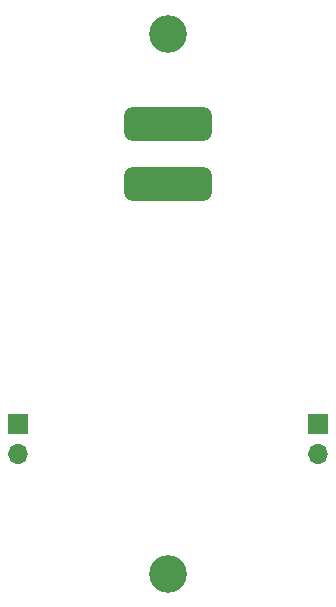
<source format=gbr>
%TF.GenerationSoftware,KiCad,Pcbnew,(6.0.4)*%
%TF.CreationDate,2022-07-19T15:21:12-07:00*%
%TF.ProjectId,Contact Side,436f6e74-6163-4742-9053-6964652e6b69,rev?*%
%TF.SameCoordinates,Original*%
%TF.FileFunction,Soldermask,Bot*%
%TF.FilePolarity,Negative*%
%FSLAX46Y46*%
G04 Gerber Fmt 4.6, Leading zero omitted, Abs format (unit mm)*
G04 Created by KiCad (PCBNEW (6.0.4)) date 2022-07-19 15:21:12*
%MOMM*%
%LPD*%
G01*
G04 APERTURE LIST*
G04 Aperture macros list*
%AMRoundRect*
0 Rectangle with rounded corners*
0 $1 Rounding radius*
0 $2 $3 $4 $5 $6 $7 $8 $9 X,Y pos of 4 corners*
0 Add a 4 corners polygon primitive as box body*
4,1,4,$2,$3,$4,$5,$6,$7,$8,$9,$2,$3,0*
0 Add four circle primitives for the rounded corners*
1,1,$1+$1,$2,$3*
1,1,$1+$1,$4,$5*
1,1,$1+$1,$6,$7*
1,1,$1+$1,$8,$9*
0 Add four rect primitives between the rounded corners*
20,1,$1+$1,$2,$3,$4,$5,0*
20,1,$1+$1,$4,$5,$6,$7,0*
20,1,$1+$1,$6,$7,$8,$9,0*
20,1,$1+$1,$8,$9,$2,$3,0*%
G04 Aperture macros list end*
%ADD10R,1.700000X1.700000*%
%ADD11O,1.700000X1.700000*%
%ADD12RoundRect,0.725000X2.975000X-0.725000X2.975000X0.725000X-2.975000X0.725000X-2.975000X-0.725000X0*%
%ADD13C,3.200000*%
G04 APERTURE END LIST*
D10*
%TO.C,D2*%
X-12700000Y-10160000D03*
D11*
X-12700000Y-12700000D03*
%TD*%
D12*
%TO.C,U1*%
X0Y10160000D03*
X0Y15240000D03*
%TD*%
D10*
%TO.C,D1*%
X12700000Y-10160000D03*
D11*
X12700000Y-12700000D03*
%TD*%
D13*
%TO.C,REF\u002A\u002A*%
X0Y22860000D03*
%TD*%
%TO.C,REF\u002A\u002A*%
X0Y-22860000D03*
%TD*%
M02*

</source>
